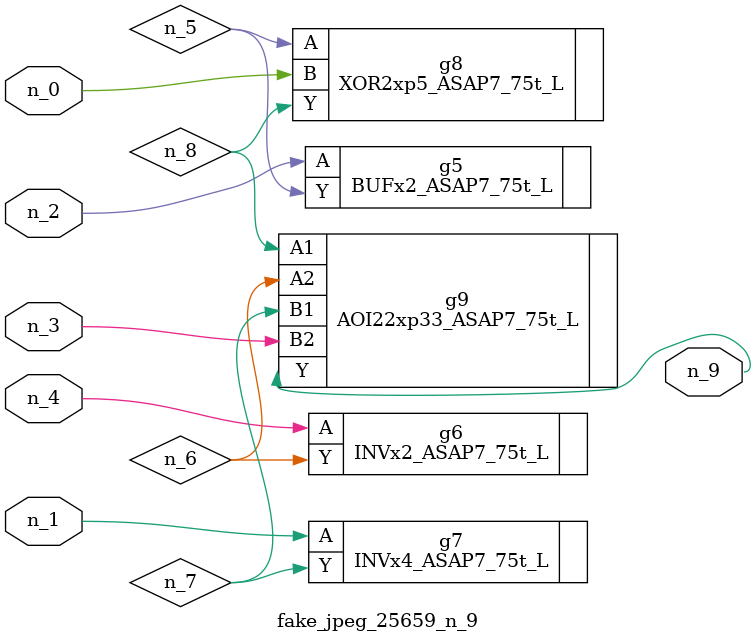
<source format=v>
module fake_jpeg_25659_n_9 (n_3, n_2, n_1, n_0, n_4, n_9);

input n_3;
input n_2;
input n_1;
input n_0;
input n_4;

output n_9;

wire n_8;
wire n_6;
wire n_5;
wire n_7;

BUFx2_ASAP7_75t_L g5 ( 
.A(n_2),
.Y(n_5)
);

INVx2_ASAP7_75t_L g6 ( 
.A(n_4),
.Y(n_6)
);

INVx4_ASAP7_75t_L g7 ( 
.A(n_1),
.Y(n_7)
);

XOR2xp5_ASAP7_75t_L g8 ( 
.A(n_5),
.B(n_0),
.Y(n_8)
);

AOI22xp33_ASAP7_75t_L g9 ( 
.A1(n_8),
.A2(n_6),
.B1(n_7),
.B2(n_3),
.Y(n_9)
);


endmodule
</source>
